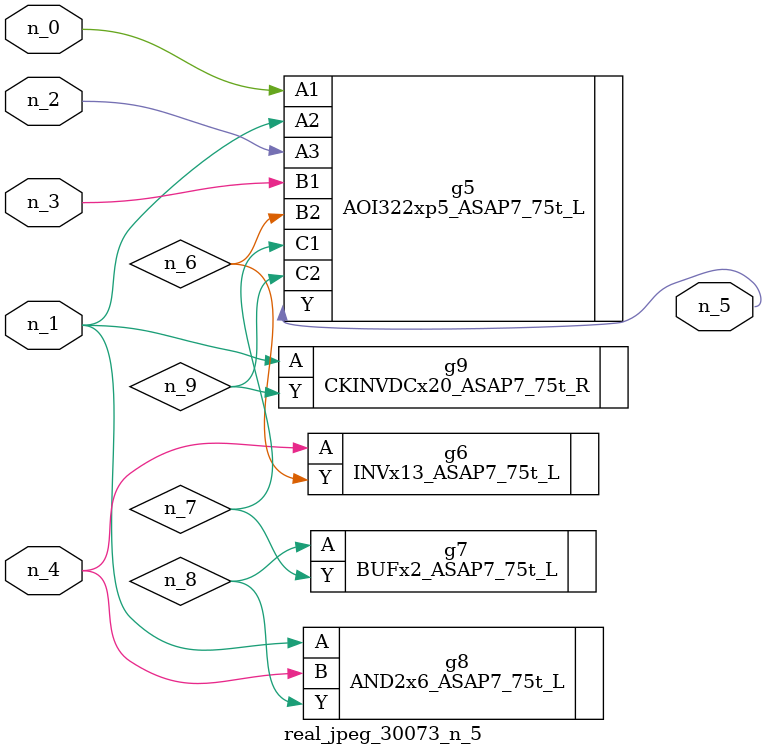
<source format=v>
module real_jpeg_30073_n_5 (n_4, n_0, n_1, n_2, n_3, n_5);

input n_4;
input n_0;
input n_1;
input n_2;
input n_3;

output n_5;

wire n_8;
wire n_6;
wire n_7;
wire n_9;

AOI322xp5_ASAP7_75t_L g5 ( 
.A1(n_0),
.A2(n_1),
.A3(n_2),
.B1(n_3),
.B2(n_6),
.C1(n_7),
.C2(n_9),
.Y(n_5)
);

AND2x6_ASAP7_75t_L g8 ( 
.A(n_1),
.B(n_4),
.Y(n_8)
);

CKINVDCx20_ASAP7_75t_R g9 ( 
.A(n_1),
.Y(n_9)
);

INVx13_ASAP7_75t_L g6 ( 
.A(n_4),
.Y(n_6)
);

BUFx2_ASAP7_75t_L g7 ( 
.A(n_8),
.Y(n_7)
);


endmodule
</source>
